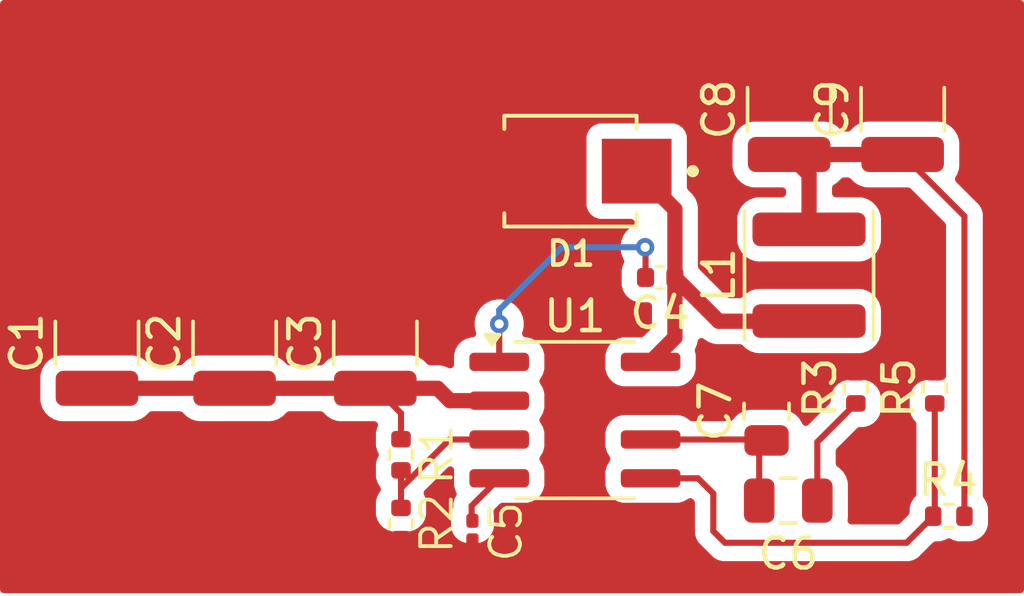
<source format=kicad_pcb>
(kicad_pcb (version 20241229) (generator "pcbnew") (generator_version "9.0")
  (layers (0 "F.Cu" signal) (2 "B.Cu" signal) (13 "F.Paste" user) (15 "B.Paste" user) (5 "F.SilkS" user "F.Silkscreen") (7 "B.SilkS" user "B.Silkscreen") (1 "F.Mask" user) (3 "B.Mask" user) (25 "Edge.Cuts" user))
  (net 0 "")
  (net 1 "Net-(U1-SS)")
  (net 2 "Net-(U1-EN)")
  (net 3 "VIN")
  (net 4 "Net-(U1-VSENSE)")
  (net 5 "GND")
  (net 6 "Net-(U1-COMP)")
  (net 7 "Net-(U1-BOOT)")
  (net 8 "Net-(C6-Pad2)")
  (net 9 "VOUT")
  (net 10 "Net-(U1-PH)")
  (footprint "Capacitor_SMD:C_1210_3225Metric" (layer "F.Cu") (at 202.04 113.85 90)
    (property "Reference" "C9" (at 0 -2.3 90) (layer "F.SilkS"))
    (property "Value" "33uF")
    (fp_line (start -0.711252 -1.36) (end 0.711252 -1.36) (stroke (width 0.12)) (layer "F.SilkS"))
    (fp_line (start -0.711252 1.36) (end 0.711252 1.36) (stroke (width 0.12)) (layer "F.SilkS"))
    (pad "1" smd roundrect (at -1.475 0 90) (size 1.15 2.7) (layers "F.Cu" "F.Mask" "F.Paste") (roundrect_rratio 0.217391) (net 9 "VOUT"))
    (pad "2" smd roundrect (at 1.475 0 90) (size 1.15 2.7) (layers "F.Cu" "F.Mask" "F.Paste") (roundrect_rratio 0.217391) (net 5 "GND"))
  )
  (footprint "Capacitor_SMD:C_0805_2012Metric" (layer "F.Cu") (at 198.3 126.65)
    (property "Reference" "C6" (at 0 1.73 0) (layer "F.SilkS"))
    (property "Value" "4700pF")
    (fp_line (start -0.261252 -0.735) (end 0.261252 -0.735) (stroke (width 0.12)) (layer "F.SilkS"))
    (fp_line (start -0.261252 0.735) (end 0.261252 0.735) (stroke (width 0.12)) (layer "F.SilkS"))
    (pad "1" smd roundrect (at -0.95 0) (size 1 1.45) (layers "F.Cu" "F.Mask" "F.Paste") (net 6 "Net-(U1-COMP)"))
    (pad "2" smd roundrect (at 0.95 0) (size 1 1.45) (layers "F.Cu" "F.Mask" "F.Paste") (net 8 "Net-(C6-Pad2)"))
  )
  (footprint "ss26:SS26" (layer "F.Cu") (at 191.18 115.87 180)
    (property "Reference" "D1" (at -0.02 -2.7 0) (layer "F.SilkS") (effects (font (size 0.787402 0.787402))))
    (property "Value" "SS26")
    (fp_line (start 2.1625 1.8125) (end 2.1625 1.38) (stroke (width 0.127)) (layer "F.SilkS"))
    (fp_line (start 2.1625 -1.38) (end 2.1625 -1.8125) (stroke (width 0.127)) (layer "F.SilkS"))
    (fp_line (start 2.1625 -1.8125) (end -2.1625 -1.8125) (stroke (width 0.127)) (layer "F.SilkS"))
    (fp_line (start -2.1625 1.8125) (end 2.1625 1.8125) (stroke (width 0.127)) (layer "F.SilkS"))
    (fp_line (start -2.1625 1.8125) (end -2.1625 1.38) (stroke (width 0.127)) (layer "F.SilkS"))
    (fp_line (start -2.1625 -1.8125) (end -2.1625 -1.38) (stroke (width 0.127)) (layer "F.SilkS"))
    (fp_circle (center -4 0) (end -3.9 0) (stroke (width 0.2)) (fill no) (layer "F.SilkS"))
    (pad "1" smd rect (at -2.165 0 180) (size 2.28 2.12) (layers "F.Cu" "F.Mask" "F.Paste") (net 10 "Net-(U1-PH)"))
    (pad "2" smd rect (at 2.165 0 180) (size 2.28 2.12) (layers "F.Cu" "F.Mask" "F.Paste") (net 5 "GND"))
  )
  (footprint "Capacitor_SMD:C_1210_3225Metric" (layer "F.Cu") (at 175.7 121.5 90)
    (property "Reference" "C1" (at 0 -2.3 90) (layer "F.SilkS"))
    (property "Value" "4.7nF")
    (fp_line (start -0.711252 -1.36) (end 0.711252 -1.36) (stroke (width 0.12)) (layer "F.SilkS"))
    (fp_line (start -0.711252 1.36) (end 0.711252 1.36) (stroke (width 0.12)) (layer "F.SilkS"))
    (pad "1" smd roundrect (at -1.475 0 90) (size 1.15 2.7) (layers "F.Cu" "F.Mask" "F.Paste") (roundrect_rratio 0.217391) (net 3 "VIN"))
    (pad "2" smd roundrect (at 1.475 0 90) (size 1.15 2.7) (layers "F.Cu" "F.Mask" "F.Paste") (roundrect_rratio 0.217391) (net 5 "GND"))
  )
  (footprint "Capacitor_SMD:C_1210_3225Metric" (layer "F.Cu") (at 198.33 113.85 90)
    (property "Reference" "C8" (at 0 -2.3 90) (layer "F.SilkS"))
    (property "Value" "33uF")
    (fp_line (start -0.711252 -1.36) (end 0.711252 -1.36) (stroke (width 0.12)) (layer "F.SilkS"))
    (fp_line (start -0.711252 1.36) (end 0.711252 1.36) (stroke (width 0.12)) (layer "F.SilkS"))
    (pad "1" smd roundrect (at -1.475 0 90) (size 1.15 2.7) (layers "F.Cu" "F.Mask" "F.Paste") (roundrect_rratio 0.217391) (net 9 "VOUT"))
    (pad "2" smd roundrect (at 1.475 0 90) (size 1.15 2.7) (layers "F.Cu" "F.Mask" "F.Paste") (roundrect_rratio 0.217391) (net 5 "GND"))
  )
  (footprint "Resistor_SMD:R_0402_1005Metric" (layer "F.Cu") (at 203.09 122.96 90)
    (property "Reference" "R5" (at 0 -1.17 90) (layer "F.SilkS"))
    (property "Value" "1.9k")
    (fp_line (start -0.153641 -0.38) (end 0.153641 -0.38) (stroke (width 0.12)) (layer "F.SilkS"))
    (fp_line (start -0.153641 0.38) (end 0.153641 0.38) (stroke (width 0.12)) (layer "F.SilkS"))
    (pad "1" smd roundrect (at -0.51 0 90) (size 0.54 0.64) (layers "F.Cu" "F.Mask" "F.Paste") (net 4 "Net-(U1-VSENSE)"))
    (pad "2" smd roundrect (at 0.51 0 90) (size 0.54 0.64) (layers "F.Cu" "F.Mask" "F.Paste") (net 5 "GND"))
  )
  (footprint "Resistor_SMD:R_0402_1005Metric" (layer "F.Cu") (at 185.64 127.4 -90)
    (property "Reference" "R2" (at 0 -1.17 90) (layer "F.SilkS") (effects (font (thickness 0.125))))
    (property "Value" "1.91k")
    (fp_line (start -0.153641 0.38) (end 0.153641 0.38) (stroke (width 0.12)) (layer "F.SilkS"))
    (fp_line (start -0.153641 -0.38) (end 0.153641 -0.38) (stroke (width 0.12)) (layer "F.SilkS"))
    (pad "1" smd roundrect (at -0.51 0 270) (size 0.54 0.64) (layers "F.Cu" "F.Mask" "F.Paste") (net 2 "Net-(U1-EN)"))
    (pad "2" smd roundrect (at 0.51 0 270) (size 0.54 0.64) (layers "F.Cu" "F.Mask" "F.Paste") (net 5 "GND"))
  )
  (footprint "Capacitor_SMD:C_1210_3225Metric" (layer "F.Cu") (at 184.8 121.5 90)
    (property "Reference" "C3" (at 0 -2.3 90) (layer "F.SilkS"))
    (property "Value" ".01uF")
    (fp_line (start -0.711252 -1.36) (end 0.711252 -1.36) (stroke (width 0.12)) (layer "F.SilkS"))
    (fp_line (start -0.711252 1.36) (end 0.711252 1.36) (stroke (width 0.12)) (layer "F.SilkS"))
    (pad "1" smd roundrect (at -1.475 0 90) (size 1.15 2.7) (layers "F.Cu" "F.Mask" "F.Paste") (roundrect_rratio 0.217391) (net 3 "VIN"))
    (pad "2" smd roundrect (at 1.475 0 90) (size 1.15 2.7) (layers "F.Cu" "F.Mask" "F.Paste") (roundrect_rratio 0.217391) (net 5 "GND"))
  )
  (footprint "Inductor_SMD:L_APV_ANR4020" (layer "F.Cu") (at 198.98 119.275 90)
    (property "Reference" "L1" (at 0 -2.95 90) (layer "F.SilkS"))
    (property "Value" "6.8uH")
    (fp_line (start -2.11 -2.11) (end 2.11 -2.11) (stroke (width 0.12)) (layer "F.SilkS"))
    (fp_line (start 2.11 2.11) (end -2.11 2.11) (stroke (width 0.12)) (layer "F.SilkS"))
    (pad "1" smd roundrect (at -1.5 0 90) (size 1.1 3.7) (layers "F.Cu" "F.Mask" "F.Paste") (roundrect_rratio 0.227273) (net 10 "Net-(U1-PH)"))
    (pad "2" smd roundrect (at 1.5 0 90) (size 1.1 3.7) (layers "F.Cu" "F.Mask" "F.Paste") (roundrect_rratio 0.227273) (net 9 "VOUT"))
  )
  (footprint "Capacitor_SMD:C_0805_2012Metric" (layer "F.Cu") (at 197.59 123.73 90)
    (property "Reference" "C7" (at 0 -1.68 90) (layer "F.SilkS"))
    (property "Value" "39pF")
    (fp_line (start -0.261252 -0.735) (end 0.261252 -0.735) (stroke (width 0.12)) (layer "F.SilkS"))
    (fp_line (start -0.261252 0.735) (end 0.261252 0.735) (stroke (width 0.12)) (layer "F.SilkS"))
    (pad "1" smd roundrect (at -0.95 0 90) (size 1 1.45) (layers "F.Cu" "F.Mask" "F.Paste") (net 6 "Net-(U1-COMP)"))
    (pad "2" smd roundrect (at 0.95 0 90) (size 1 1.45) (layers "F.Cu" "F.Mask" "F.Paste") (net 5 "GND"))
  )
  (footprint "Package_SO:SOIC-8_3.9x4.9mm_P1.27mm" (layer "F.Cu") (at 191.325 124.015)
    (property "Reference" "U1" (at 0 -3.4 0) (layer "F.SilkS"))
    (property "Value" "~")
    (fp_line (start 0 -2.56) (end -1.95 -2.56) (stroke (width 0.12)) (layer "F.SilkS"))
    (fp_line (start 0 -2.56) (end 1.95 -2.56) (stroke (width 0.12)) (layer "F.SilkS"))
    (fp_line (start 0 2.56) (end -1.95 2.56) (stroke (width 0.12)) (layer "F.SilkS"))
    (fp_line (start 0 2.56) (end 1.95 2.56) (stroke (width 0.12)) (layer "F.SilkS"))
    (fp_poly (pts (xy -2.7 -2.465) (xy -2.94 -2.795) (xy -2.46 -2.795)) (stroke (width 0.12)) (fill yes) (layer "F.SilkS"))
    (pad "1" smd roundrect (at -2.475 -1.905) (size 1.95 0.6) (layers "F.Cu" "F.Mask" "F.Paste") (net 7 "Net-(U1-BOOT)"))
    (pad "2" smd roundrect (at -2.475 -0.635) (size 1.95 0.6) (layers "F.Cu" "F.Mask" "F.Paste") (net 3 "VIN"))
    (pad "3" smd roundrect (at -2.475 0.635) (size 1.95 0.6) (layers "F.Cu" "F.Mask" "F.Paste") (net 2 "Net-(U1-EN)"))
    (pad "4" smd roundrect (at -2.475 1.905) (size 1.95 0.6) (layers "F.Cu" "F.Mask" "F.Paste") (net 1 "Net-(U1-SS)"))
    (pad "5" smd roundrect (at 2.475 1.905) (size 1.95 0.6) (layers "F.Cu" "F.Mask" "F.Paste") (net 4 "Net-(U1-VSENSE)"))
    (pad "6" smd roundrect (at 2.475 0.635) (size 1.95 0.6) (layers "F.Cu" "F.Mask" "F.Paste") (net 6 "Net-(U1-COMP)"))
    (pad "7" smd roundrect (at 2.475 -0.635) (size 1.95 0.6) (layers "F.Cu" "F.Mask" "F.Paste") (net 5 "GND"))
    (pad "8" smd roundrect (at 2.475 -1.905) (size 1.95 0.6) (layers "F.Cu" "F.Mask" "F.Paste") (net 10 "Net-(U1-PH)"))
  )
  (footprint "Capacitor_SMD:C_0201_0603Metric" (layer "F.Cu") (at 187.975 127.63 -90)
    (property "Reference" "C5" (at 0.04 -1.095 90) (layer "F.SilkS") (effects (font (thickness 0.125))))
    (property "Value" ".01uF")
    (pad "1" smd roundrect (at -0.32 0 270) (size 0.46 0.4) (layers "F.Cu" "F.Mask") (net 1 "Net-(U1-SS)"))
    (pad "2" smd roundrect (at 0.32 0 270) (size 0.46 0.4) (layers "F.Cu" "F.Mask") (net 5 "GND"))
  )
  (footprint "Resistor_SMD:R_0402_1005Metric" (layer "F.Cu") (at 203.55 127.16 180)
    (property "Reference" "R4" (at 0 1.18 0) (layer "F.SilkS"))
    (property "Value" "10k")
    (fp_line (start -0.153641 0.38) (end 0.153641 0.38) (stroke (width 0.12)) (layer "F.SilkS"))
    (fp_line (start -0.153641 -0.38) (end 0.153641 -0.38) (stroke (width 0.12)) (layer "F.SilkS"))
    (pad "1" smd roundrect (at -0.51 0 180) (size 0.54 0.64) (layers "F.Cu" "F.Mask" "F.Paste") (net 9 "VOUT"))
    (pad "2" smd roundrect (at 0.51 0 180) (size 0.54 0.64) (layers "F.Cu" "F.Mask" "F.Paste") (net 4 "Net-(U1-VSENSE)"))
  )
  (footprint "Capacitor_SMD:C_0402_1005Metric" (layer "F.Cu") (at 194.115 119.35 180)
    (property "Reference" "C4" (at 0 -1.16 180) (layer "F.SilkS"))
    (property "Value" ".1uF")
    (fp_line (start -0.107836 0.36) (end 0.107836 0.36) (stroke (width 0.12)) (layer "F.SilkS"))
    (fp_line (start -0.107836 -0.36) (end 0.107836 -0.36) (stroke (width 0.12)) (layer "F.SilkS"))
    (pad "1" smd roundrect (at -0.48 0 180) (size 0.56 0.62) (layers "F.Cu" "F.Mask" "F.Paste") (net 10 "Net-(U1-PH)"))
    (pad "2" smd roundrect (at 0.48 0 180) (size 0.56 0.62) (layers "F.Cu" "F.Mask" "F.Paste") (net 7 "Net-(U1-BOOT)"))
  )
  (footprint "Capacitor_SMD:C_1210_3225Metric" (layer "F.Cu") (at 180.2 121.5 90)
    (property "Reference" "C2" (at 0 -2.3 90) (layer "F.SilkS"))
    (property "Value" "39pF")
    (fp_line (start -0.711252 -1.36) (end 0.711252 -1.36) (stroke (width 0.12)) (layer "F.SilkS"))
    (fp_line (start -0.711252 1.36) (end 0.711252 1.36) (stroke (width 0.12)) (layer "F.SilkS"))
    (pad "1" smd roundrect (at -1.475 0 90) (size 1.15 2.7) (layers "F.Cu" "F.Mask" "F.Paste") (roundrect_rratio 0.217391) (net 3 "VIN"))
    (pad "2" smd roundrect (at 1.475 0 90) (size 1.15 2.7) (layers "F.Cu" "F.Mask" "F.Paste") (roundrect_rratio 0.217391) (net 5 "GND"))
  )
  (footprint "Resistor_SMD:R_0402_1005Metric" (layer "F.Cu") (at 200.51 122.96 90)
    (property "Reference" "R3" (at 0 -1.17 90) (layer "F.SilkS"))
    (property "Value" "49.9k")
    (fp_line (start -0.153641 -0.38) (end 0.153641 -0.38) (stroke (width 0.12)) (layer "F.SilkS"))
    (fp_line (start -0.153641 0.38) (end 0.153641 0.38) (stroke (width 0.12)) (layer "F.SilkS"))
    (pad "1" smd roundrect (at -0.51 0 90) (size 0.54 0.64) (layers "F.Cu" "F.Mask" "F.Paste") (net 8 "Net-(C6-Pad2)"))
    (pad "2" smd roundrect (at 0.51 0 90) (size 0.54 0.64) (layers "F.Cu" "F.Mask" "F.Paste") (net 5 "GND"))
  )
  (footprint "Resistor_SMD:R_0402_1005Metric" (layer "F.Cu") (at 185.64 125.15 -90)
    (property "Reference" "R1" (at 0 -1.17 90) (layer "F.SilkS") (effects (font (thickness 0.125))))
    (property "Value" "10k")
    (fp_line (start -0.153641 0.38) (end 0.153641 0.38) (stroke (width 0.12)) (layer "F.SilkS"))
    (fp_line (start -0.153641 -0.38) (end 0.153641 -0.38) (stroke (width 0.12)) (layer "F.SilkS"))
    (pad "1" smd roundrect (at -0.51 0 270) (size 0.54 0.64) (layers "F.Cu" "F.Mask" "F.Paste") (net 3 "VIN"))
    (pad "2" smd roundrect (at 0.51 0 270) (size 0.54 0.64) (layers "F.Cu" "F.Mask" "F.Paste") (net 2 "Net-(U1-EN)"))
  )
  (segment (start 187.95 126.82) (end 187.95 127.419) (width 0.2) (layer "F.Cu") (net 1))
  (segment (start 188.85 125.92) (end 187.95 126.82) (width 0.2) (layer "F.Cu") (net 1))
  (segment (start 187.23 124.65) (end 188.85 124.65) (width 0.2) (layer "F.Cu") (net 2))
  (segment (start 185.64 126.24) (end 187.23 124.65) (width 0.2) (layer "F.Cu") (net 2))
  (segment (start 185.64 126.89) (end 185.64 126.24) (width 0.2) (layer "F.Cu") (net 2))
  (segment (start 185.64 126.24) (end 185.64 125.66) (width 0.2) (layer "F.Cu") (net 2))
  (segment (start 185.64 123.79) (end 184.825 122.975) (width 0.2) (layer "F.Cu") (net 3))
  (segment (start 184.8 122.975) (end 180.2 122.975) (width 0.5) (layer "F.Cu") (net 3))
  (segment (start 180.2 122.975) (end 175.7 122.975) (width 0.5) (layer "F.Cu") (net 3))
  (segment (start 185.64 124.64) (end 185.64 123.79) (width 0.2) (layer "F.Cu") (net 3))
  (segment (start 186.835 122.975) (end 184.8 122.975) (width 0.5) (layer "F.Cu") (net 3))
  (segment (start 187.24 123.38) (end 186.835 122.975) (width 0.5) (layer "F.Cu") (net 3))
  (segment (start 188.85 123.38) (end 187.24 123.38) (width 0.5) (layer "F.Cu") (net 3))
  (segment (start 184.825 122.975) (end 184.8 122.975) (width 0.2) (layer "F.Cu") (net 3))
  (segment (start 195.85 127.65) (end 196.23 128.03) (width 0.2) (layer "F.Cu") (net 4))
  (segment (start 195.85 126.42) (end 195.85 127.65) (width 0.2) (layer "F.Cu") (net 4))
  (segment (start 202.17 128.03) (end 203.04 127.16) (width 0.2) (layer "F.Cu") (net 4))
  (segment (start 203.09 123.47) (end 203.09 127.11) (width 0.2) (layer "F.Cu") (net 4))
  (segment (start 195.35 125.92) (end 195.85 126.42) (width 0.2) (layer "F.Cu") (net 4))
  (segment (start 196.23 128.03) (end 202.17 128.03) (width 0.2) (layer "F.Cu") (net 4))
  (segment (start 203.09 127.11) (end 203.04 127.16) (width 0.2) (layer "F.Cu") (net 4))
  (segment (start 193.8 125.92) (end 195.35 125.92) (width 0.2) (layer "F.Cu") (net 4))
  (segment (start 197.56 124.65) (end 197.59 124.68) (width 0.2) (layer "F.Cu") (net 6))
  (segment (start 193.8 124.65) (end 197.56 124.65) (width 0.2) (layer "F.Cu") (net 6))
  (segment (start 197.35 124.92) (end 197.59 124.68) (width 0.2) (layer "F.Cu") (net 6))
  (segment (start 197.35 126.65) (end 197.35 124.92) (width 0.2) (layer "F.Cu") (net 6))
  (segment (start 193.635 118.375) (end 193.62 118.36) (width 0.2) (layer "F.Cu") (net 7))
  (segment (start 188.85 120.87) (end 188.85 122.11) (width 0.2) (layer "F.Cu") (net 7))
  (segment (start 193.635 119.35) (end 193.635 118.375) (width 0.2) (layer "F.Cu") (net 7))
  (via (at 193.62 118.36) (size 0.6) (drill 0.3) (layers "F.Cu" "B.Cu") (net 7))
  (via (at 188.85 120.87) (size 0.6) (drill 0.3) (layers "F.Cu" "B.Cu") (net 7))
  (segment (start 188.85 120.41) (end 190.9 118.36) (width 0.2) (layer "B.Cu") (net 7))
  (segment (start 190.9 118.36) (end 193.62 118.36) (width 0.2) (layer "B.Cu") (net 7))
  (segment (start 188.85 120.87) (end 188.85 120.41) (width 0.2) (layer "B.Cu") (net 7))
  (segment (start 199.25 126.65) (end 199.25 124.73) (width 0.2) (layer "F.Cu") (net 8))
  (segment (start 199.25 124.73) (end 200.51 123.47) (width 0.2) (layer "F.Cu") (net 8))
  (segment (start 204.06 117.345) (end 204.06 127.16) (width 0.2) (layer "F.Cu") (net 9))
  (segment (start 198.98 115.975) (end 198.33 115.325) (width 0.5) (layer "F.Cu") (net 9))
  (segment (start 202.04 115.325) (end 204.06 117.345) (width 0.2) (layer "F.Cu") (net 9))
  (segment (start 202.04 115.325) (end 198.33 115.325) (width 0.5) (layer "F.Cu") (net 9))
  (segment (start 198.98 117.775) (end 198.98 115.975) (width 0.5) (layer "F.Cu") (net 9))
  (segment (start 198.975 120.78) (end 198.98 120.775) (width 0.2) (layer "F.Cu") (net 10))
  (segment (start 196.025 120.78) (end 198.975 120.78) (width 0.5) (layer "F.Cu") (net 10))
  (segment (start 194.595 119.35) (end 194.595 121.315) (width 0.5) (layer "F.Cu") (net 10))
  (segment (start 194.595 119.35) (end 196.025 120.78) (width 0.5) (layer "F.Cu") (net 10))
  (segment (start 194.595 121.315) (end 193.8 122.11) (width 0.5) (layer "F.Cu") (net 10))
  (segment (start 194.595 119.35) (end 194.595 117.12) (width 0.5) (layer "F.Cu") (net 10))
  (segment (start 194.595 117.12) (end 193.345 115.87) (width 0.5) (layer "F.Cu") (net 10))
  (zone (net 5) (net_name "GND") (layer "F.Cu") (connect_pads yes (clearance 0.5)) (min_thickness 0.25) (fill yes (thermal_gap 0.5) (thermal_bridge_width 0.5))
    (polygon (pts (xy 172.53 129.676) (xy 172.53 110.27) (xy 172.53 110.27) (xy 206.01 110.27) (xy 206.01 129.68) (xy 172.53606 129.68)))
  )
)
</source>
